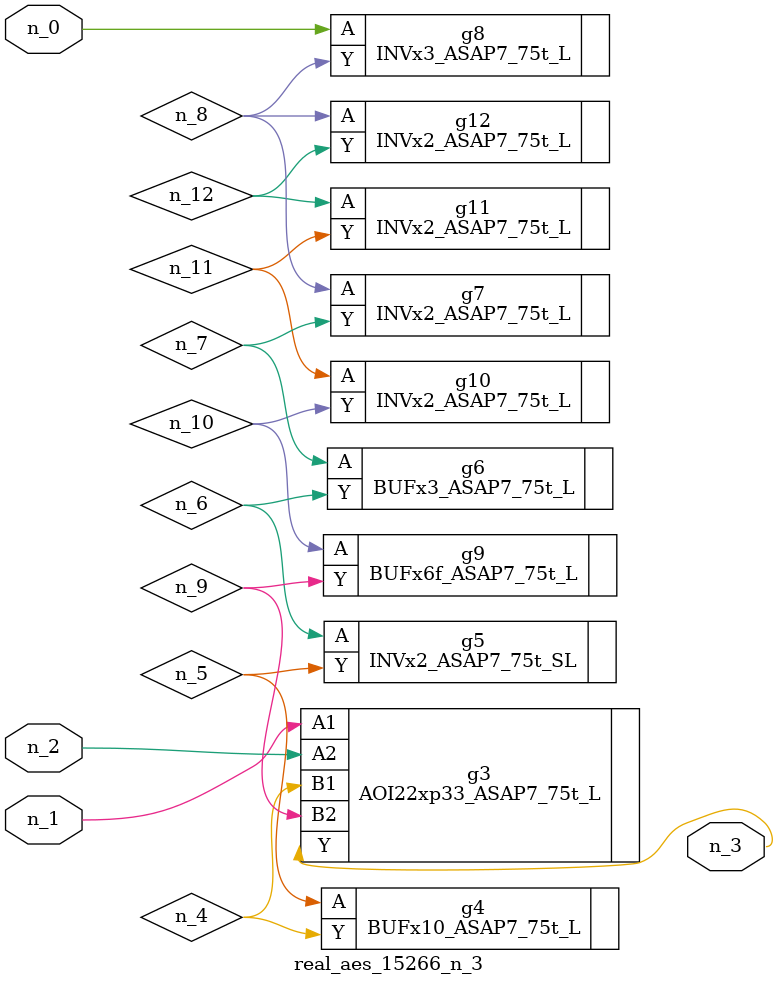
<source format=v>
module real_aes_15266_n_3 (n_0, n_2, n_1, n_3);
input n_0;
input n_2;
input n_1;
output n_3;
wire n_4;
wire n_5;
wire n_7;
wire n_9;
wire n_6;
wire n_8;
wire n_12;
wire n_10;
wire n_11;
INVx3_ASAP7_75t_L g8 ( .A(n_0), .Y(n_8) );
AOI22xp33_ASAP7_75t_L g3 ( .A1(n_1), .A2(n_2), .B1(n_4), .B2(n_9), .Y(n_3) );
BUFx10_ASAP7_75t_L g4 ( .A(n_5), .Y(n_4) );
INVx2_ASAP7_75t_SL g5 ( .A(n_6), .Y(n_5) );
BUFx3_ASAP7_75t_L g6 ( .A(n_7), .Y(n_6) );
INVx2_ASAP7_75t_L g7 ( .A(n_8), .Y(n_7) );
INVx2_ASAP7_75t_L g12 ( .A(n_8), .Y(n_12) );
BUFx6f_ASAP7_75t_L g9 ( .A(n_10), .Y(n_9) );
INVx2_ASAP7_75t_L g10 ( .A(n_11), .Y(n_10) );
INVx2_ASAP7_75t_L g11 ( .A(n_12), .Y(n_11) );
endmodule
</source>
